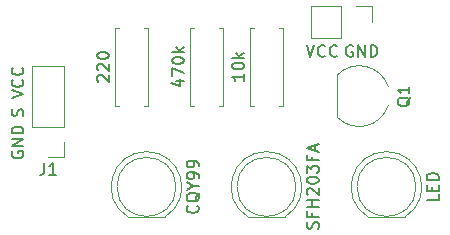
<source format=gbr>
%TF.GenerationSoftware,KiCad,Pcbnew,(6.0.4)*%
%TF.CreationDate,2022-10-02T23:44:47+02:00*%
%TF.ProjectId,light_gate,6c696768-745f-4676-9174-652e6b696361,rev?*%
%TF.SameCoordinates,Original*%
%TF.FileFunction,Legend,Top*%
%TF.FilePolarity,Positive*%
%FSLAX46Y46*%
G04 Gerber Fmt 4.6, Leading zero omitted, Abs format (unit mm)*
G04 Created by KiCad (PCBNEW (6.0.4)) date 2022-10-02 23:44:47*
%MOMM*%
%LPD*%
G01*
G04 APERTURE LIST*
%ADD10C,0.150000*%
%ADD11C,0.120000*%
G04 APERTURE END LIST*
D10*
X116535891Y-101923899D02*
X116583510Y-101781042D01*
X116583510Y-101542946D01*
X116535891Y-101447708D01*
X116488272Y-101400089D01*
X116393034Y-101352470D01*
X116297796Y-101352470D01*
X116202558Y-101400089D01*
X116154939Y-101447708D01*
X116107320Y-101542946D01*
X116059701Y-101733423D01*
X116012082Y-101828661D01*
X115964463Y-101876280D01*
X115869225Y-101923899D01*
X115773987Y-101923899D01*
X115678749Y-101876280D01*
X115631130Y-101828661D01*
X115583510Y-101733423D01*
X115583510Y-101495327D01*
X115631130Y-101352470D01*
X144453198Y-95980338D02*
X144357960Y-95932718D01*
X144215103Y-95932718D01*
X144072245Y-95980338D01*
X143977007Y-96075576D01*
X143929388Y-96170814D01*
X143881769Y-96361290D01*
X143881769Y-96504147D01*
X143929388Y-96694623D01*
X143977007Y-96789861D01*
X144072245Y-96885099D01*
X144215103Y-96932718D01*
X144310341Y-96932718D01*
X144453198Y-96885099D01*
X144500817Y-96837480D01*
X144500817Y-96504147D01*
X144310341Y-96504147D01*
X144929388Y-96932718D02*
X144929388Y-95932718D01*
X145500817Y-96932718D01*
X145500817Y-95932718D01*
X145977007Y-96932718D02*
X145977007Y-95932718D01*
X146215103Y-95932718D01*
X146357960Y-95980338D01*
X146453198Y-96075576D01*
X146500817Y-96170814D01*
X146548436Y-96361290D01*
X146548436Y-96504147D01*
X146500817Y-96694623D01*
X146453198Y-96789861D01*
X146357960Y-96885099D01*
X146215103Y-96932718D01*
X145977007Y-96932718D01*
X140553752Y-95932718D02*
X140887086Y-96932718D01*
X141220419Y-95932718D01*
X142125181Y-96837480D02*
X142077562Y-96885099D01*
X141934705Y-96932718D01*
X141839466Y-96932718D01*
X141696609Y-96885099D01*
X141601371Y-96789861D01*
X141553752Y-96694623D01*
X141506133Y-96504147D01*
X141506133Y-96361290D01*
X141553752Y-96170814D01*
X141601371Y-96075576D01*
X141696609Y-95980338D01*
X141839466Y-95932718D01*
X141934705Y-95932718D01*
X142077562Y-95980338D01*
X142125181Y-96027957D01*
X143125181Y-96837480D02*
X143077562Y-96885099D01*
X142934705Y-96932718D01*
X142839466Y-96932718D01*
X142696609Y-96885099D01*
X142601371Y-96789861D01*
X142553752Y-96694623D01*
X142506133Y-96504147D01*
X142506133Y-96361290D01*
X142553752Y-96170814D01*
X142601371Y-96075576D01*
X142696609Y-95980338D01*
X142839466Y-95932718D01*
X142934705Y-95932718D01*
X143077562Y-95980338D01*
X143125181Y-96027957D01*
X115583510Y-100431518D02*
X116583510Y-100098185D01*
X115583510Y-99764851D01*
X116488272Y-98860089D02*
X116535891Y-98907708D01*
X116583510Y-99050565D01*
X116583510Y-99145804D01*
X116535891Y-99288661D01*
X116440653Y-99383899D01*
X116345415Y-99431518D01*
X116154939Y-99479137D01*
X116012082Y-99479137D01*
X115821606Y-99431518D01*
X115726368Y-99383899D01*
X115631130Y-99288661D01*
X115583510Y-99145804D01*
X115583510Y-99050565D01*
X115631130Y-98907708D01*
X115678749Y-98860089D01*
X116488272Y-97860089D02*
X116535891Y-97907708D01*
X116583510Y-98050565D01*
X116583510Y-98145804D01*
X116535891Y-98288661D01*
X116440653Y-98383899D01*
X116345415Y-98431518D01*
X116154939Y-98479137D01*
X116012082Y-98479137D01*
X115821606Y-98431518D01*
X115726368Y-98383899D01*
X115631130Y-98288661D01*
X115583510Y-98145804D01*
X115583510Y-98050565D01*
X115631130Y-97907708D01*
X115678749Y-97860089D01*
X115631130Y-104940089D02*
X115583510Y-105035327D01*
X115583510Y-105178185D01*
X115631130Y-105321042D01*
X115726368Y-105416280D01*
X115821606Y-105463899D01*
X116012082Y-105511518D01*
X116154939Y-105511518D01*
X116345415Y-105463899D01*
X116440653Y-105416280D01*
X116535891Y-105321042D01*
X116583510Y-105178185D01*
X116583510Y-105082946D01*
X116535891Y-104940089D01*
X116488272Y-104892470D01*
X116154939Y-104892470D01*
X116154939Y-105082946D01*
X116583510Y-104463899D02*
X115583510Y-104463899D01*
X116583510Y-103892470D01*
X115583510Y-103892470D01*
X116583510Y-103416280D02*
X115583510Y-103416280D01*
X115583510Y-103178185D01*
X115631130Y-103035327D01*
X115726368Y-102940089D01*
X115821606Y-102892470D01*
X116012082Y-102844851D01*
X116154939Y-102844851D01*
X116345415Y-102892470D01*
X116440653Y-102940089D01*
X116535891Y-103035327D01*
X116583510Y-103178185D01*
X116583510Y-103416280D01*
%TO.C,Q1*%
X149360147Y-100365238D02*
X149312528Y-100460476D01*
X149217289Y-100555714D01*
X149074432Y-100698571D01*
X149026813Y-100793809D01*
X149026813Y-100889047D01*
X149264908Y-100841428D02*
X149217289Y-100936666D01*
X149122051Y-101031904D01*
X148931575Y-101079523D01*
X148598242Y-101079523D01*
X148407766Y-101031904D01*
X148312528Y-100936666D01*
X148264908Y-100841428D01*
X148264908Y-100650952D01*
X148312528Y-100555714D01*
X148407766Y-100460476D01*
X148598242Y-100412857D01*
X148931575Y-100412857D01*
X149122051Y-100460476D01*
X149217289Y-100555714D01*
X149264908Y-100650952D01*
X149264908Y-100841428D01*
X149264908Y-99460476D02*
X149264908Y-100031904D01*
X149264908Y-99746190D02*
X148264908Y-99746190D01*
X148407766Y-99841428D01*
X148503004Y-99936666D01*
X148550623Y-100031904D01*
%TO.C,R1*%
X122907619Y-99028095D02*
X122860000Y-98980476D01*
X122812380Y-98885238D01*
X122812380Y-98647142D01*
X122860000Y-98551904D01*
X122907619Y-98504285D01*
X123002857Y-98456666D01*
X123098095Y-98456666D01*
X123240952Y-98504285D01*
X123812380Y-99075714D01*
X123812380Y-98456666D01*
X122907619Y-98075714D02*
X122860000Y-98028095D01*
X122812380Y-97932857D01*
X122812380Y-97694761D01*
X122860000Y-97599523D01*
X122907619Y-97551904D01*
X123002857Y-97504285D01*
X123098095Y-97504285D01*
X123240952Y-97551904D01*
X123812380Y-98123333D01*
X123812380Y-97504285D01*
X122812380Y-96885238D02*
X122812380Y-96790000D01*
X122860000Y-96694761D01*
X122907619Y-96647142D01*
X123002857Y-96599523D01*
X123193333Y-96551904D01*
X123431428Y-96551904D01*
X123621904Y-96599523D01*
X123717142Y-96647142D01*
X123764761Y-96694761D01*
X123812380Y-96790000D01*
X123812380Y-96885238D01*
X123764761Y-96980476D01*
X123717142Y-97028095D01*
X123621904Y-97075714D01*
X123431428Y-97123333D01*
X123193333Y-97123333D01*
X123002857Y-97075714D01*
X122907619Y-97028095D01*
X122860000Y-96980476D01*
X122812380Y-96885238D01*
%TO.C,D1*%
X131317142Y-109545238D02*
X131364761Y-109592857D01*
X131412380Y-109735714D01*
X131412380Y-109830952D01*
X131364761Y-109973809D01*
X131269523Y-110069047D01*
X131174285Y-110116666D01*
X130983809Y-110164285D01*
X130840952Y-110164285D01*
X130650476Y-110116666D01*
X130555238Y-110069047D01*
X130460000Y-109973809D01*
X130412380Y-109830952D01*
X130412380Y-109735714D01*
X130460000Y-109592857D01*
X130507619Y-109545238D01*
X131507619Y-108450000D02*
X131460000Y-108545238D01*
X131364761Y-108640476D01*
X131221904Y-108783333D01*
X131174285Y-108878571D01*
X131174285Y-108973809D01*
X131412380Y-108926190D02*
X131364761Y-109021428D01*
X131269523Y-109116666D01*
X131079047Y-109164285D01*
X130745714Y-109164285D01*
X130555238Y-109116666D01*
X130460000Y-109021428D01*
X130412380Y-108926190D01*
X130412380Y-108735714D01*
X130460000Y-108640476D01*
X130555238Y-108545238D01*
X130745714Y-108497619D01*
X131079047Y-108497619D01*
X131269523Y-108545238D01*
X131364761Y-108640476D01*
X131412380Y-108735714D01*
X131412380Y-108926190D01*
X130936190Y-107878571D02*
X131412380Y-107878571D01*
X130412380Y-108211904D02*
X130936190Y-107878571D01*
X130412380Y-107545238D01*
X131412380Y-107164285D02*
X131412380Y-106973809D01*
X131364761Y-106878571D01*
X131317142Y-106830952D01*
X131174285Y-106735714D01*
X130983809Y-106688095D01*
X130602857Y-106688095D01*
X130507619Y-106735714D01*
X130460000Y-106783333D01*
X130412380Y-106878571D01*
X130412380Y-107069047D01*
X130460000Y-107164285D01*
X130507619Y-107211904D01*
X130602857Y-107259523D01*
X130840952Y-107259523D01*
X130936190Y-107211904D01*
X130983809Y-107164285D01*
X131031428Y-107069047D01*
X131031428Y-106878571D01*
X130983809Y-106783333D01*
X130936190Y-106735714D01*
X130840952Y-106688095D01*
X131412380Y-106211904D02*
X131412380Y-106021428D01*
X131364761Y-105926190D01*
X131317142Y-105878571D01*
X131174285Y-105783333D01*
X130983809Y-105735714D01*
X130602857Y-105735714D01*
X130507619Y-105783333D01*
X130460000Y-105830952D01*
X130412380Y-105926190D01*
X130412380Y-106116666D01*
X130460000Y-106211904D01*
X130507619Y-106259523D01*
X130602857Y-106307142D01*
X130840952Y-106307142D01*
X130936190Y-106259523D01*
X130983809Y-106211904D01*
X131031428Y-106116666D01*
X131031428Y-105926190D01*
X130983809Y-105830952D01*
X130936190Y-105783333D01*
X130840952Y-105735714D01*
%TO.C,J1*%
X118341666Y-105907380D02*
X118341666Y-106621666D01*
X118294047Y-106764523D01*
X118198809Y-106859761D01*
X118055952Y-106907380D01*
X117960714Y-106907380D01*
X119341666Y-106907380D02*
X118770238Y-106907380D01*
X119055952Y-106907380D02*
X119055952Y-105907380D01*
X118960714Y-106050238D01*
X118865476Y-106145476D01*
X118770238Y-106193095D01*
%TO.C,R2*%
X129495714Y-98956666D02*
X130162380Y-98956666D01*
X129114761Y-99194761D02*
X129829047Y-99432857D01*
X129829047Y-98813809D01*
X129162380Y-98528095D02*
X129162380Y-97861428D01*
X130162380Y-98290000D01*
X129162380Y-97290000D02*
X129162380Y-97194761D01*
X129210000Y-97099523D01*
X129257619Y-97051904D01*
X129352857Y-97004285D01*
X129543333Y-96956666D01*
X129781428Y-96956666D01*
X129971904Y-97004285D01*
X130067142Y-97051904D01*
X130114761Y-97099523D01*
X130162380Y-97194761D01*
X130162380Y-97290000D01*
X130114761Y-97385238D01*
X130067142Y-97432857D01*
X129971904Y-97480476D01*
X129781428Y-97528095D01*
X129543333Y-97528095D01*
X129352857Y-97480476D01*
X129257619Y-97432857D01*
X129210000Y-97385238D01*
X129162380Y-97290000D01*
X130162380Y-96528095D02*
X129162380Y-96528095D01*
X129781428Y-96432857D02*
X130162380Y-96147142D01*
X129495714Y-96147142D02*
X129876666Y-96528095D01*
%TO.C,D2*%
X141524761Y-111473809D02*
X141572380Y-111330952D01*
X141572380Y-111092857D01*
X141524761Y-110997619D01*
X141477142Y-110950000D01*
X141381904Y-110902380D01*
X141286666Y-110902380D01*
X141191428Y-110950000D01*
X141143809Y-110997619D01*
X141096190Y-111092857D01*
X141048571Y-111283333D01*
X141000952Y-111378571D01*
X140953333Y-111426190D01*
X140858095Y-111473809D01*
X140762857Y-111473809D01*
X140667619Y-111426190D01*
X140620000Y-111378571D01*
X140572380Y-111283333D01*
X140572380Y-111045238D01*
X140620000Y-110902380D01*
X141048571Y-110140476D02*
X141048571Y-110473809D01*
X141572380Y-110473809D02*
X140572380Y-110473809D01*
X140572380Y-109997619D01*
X141572380Y-109616666D02*
X140572380Y-109616666D01*
X141048571Y-109616666D02*
X141048571Y-109045238D01*
X141572380Y-109045238D02*
X140572380Y-109045238D01*
X140667619Y-108616666D02*
X140620000Y-108569047D01*
X140572380Y-108473809D01*
X140572380Y-108235714D01*
X140620000Y-108140476D01*
X140667619Y-108092857D01*
X140762857Y-108045238D01*
X140858095Y-108045238D01*
X141000952Y-108092857D01*
X141572380Y-108664285D01*
X141572380Y-108045238D01*
X140572380Y-107426190D02*
X140572380Y-107330952D01*
X140620000Y-107235714D01*
X140667619Y-107188095D01*
X140762857Y-107140476D01*
X140953333Y-107092857D01*
X141191428Y-107092857D01*
X141381904Y-107140476D01*
X141477142Y-107188095D01*
X141524761Y-107235714D01*
X141572380Y-107330952D01*
X141572380Y-107426190D01*
X141524761Y-107521428D01*
X141477142Y-107569047D01*
X141381904Y-107616666D01*
X141191428Y-107664285D01*
X140953333Y-107664285D01*
X140762857Y-107616666D01*
X140667619Y-107569047D01*
X140620000Y-107521428D01*
X140572380Y-107426190D01*
X140572380Y-106759523D02*
X140572380Y-106140476D01*
X140953333Y-106473809D01*
X140953333Y-106330952D01*
X141000952Y-106235714D01*
X141048571Y-106188095D01*
X141143809Y-106140476D01*
X141381904Y-106140476D01*
X141477142Y-106188095D01*
X141524761Y-106235714D01*
X141572380Y-106330952D01*
X141572380Y-106616666D01*
X141524761Y-106711904D01*
X141477142Y-106759523D01*
X141048571Y-105378571D02*
X141048571Y-105711904D01*
X141572380Y-105711904D02*
X140572380Y-105711904D01*
X140572380Y-105235714D01*
X141286666Y-104902380D02*
X141286666Y-104426190D01*
X141572380Y-104997619D02*
X140572380Y-104664285D01*
X141572380Y-104330952D01*
%TO.C,D3*%
X151732380Y-108592857D02*
X151732380Y-109069047D01*
X150732380Y-109069047D01*
X151208571Y-108259523D02*
X151208571Y-107926190D01*
X151732380Y-107783333D02*
X151732380Y-108259523D01*
X150732380Y-108259523D01*
X150732380Y-107783333D01*
X151732380Y-107354761D02*
X150732380Y-107354761D01*
X150732380Y-107116666D01*
X150780000Y-106973809D01*
X150875238Y-106878571D01*
X150970476Y-106830952D01*
X151160952Y-106783333D01*
X151303809Y-106783333D01*
X151494285Y-106830952D01*
X151589523Y-106878571D01*
X151684761Y-106973809D01*
X151732380Y-107116666D01*
X151732380Y-107354761D01*
%TO.C,R3*%
X135242380Y-98385238D02*
X135242380Y-98956666D01*
X135242380Y-98670952D02*
X134242380Y-98670952D01*
X134385238Y-98766190D01*
X134480476Y-98861428D01*
X134528095Y-98956666D01*
X134242380Y-97766190D02*
X134242380Y-97670952D01*
X134290000Y-97575714D01*
X134337619Y-97528095D01*
X134432857Y-97480476D01*
X134623333Y-97432857D01*
X134861428Y-97432857D01*
X135051904Y-97480476D01*
X135147142Y-97528095D01*
X135194761Y-97575714D01*
X135242380Y-97670952D01*
X135242380Y-97766190D01*
X135194761Y-97861428D01*
X135147142Y-97909047D01*
X135051904Y-97956666D01*
X134861428Y-98004285D01*
X134623333Y-98004285D01*
X134432857Y-97956666D01*
X134337619Y-97909047D01*
X134290000Y-97861428D01*
X134242380Y-97766190D01*
X135242380Y-97004285D02*
X134242380Y-97004285D01*
X134861428Y-96909047D02*
X135242380Y-96623333D01*
X134575714Y-96623333D02*
X134956666Y-97004285D01*
D11*
%TO.C,Q1*%
X143162528Y-98470000D02*
X143162528Y-102070000D01*
X147462528Y-99450000D02*
G75*
G03*
X143170372Y-98458547I-2450000J-820000D01*
G01*
X143184844Y-102078445D02*
G75*
G03*
X147462528Y-101050000I1827684J1808445D01*
G01*
%TO.C,R1*%
X127100000Y-94520000D02*
X127100000Y-101060000D01*
X126770000Y-94520000D02*
X127100000Y-94520000D01*
X124690000Y-94520000D02*
X124360000Y-94520000D01*
X124360000Y-94520000D02*
X124360000Y-101060000D01*
X127100000Y-101060000D02*
X126770000Y-101060000D01*
X124360000Y-101060000D02*
X124690000Y-101060000D01*
%TO.C,D1*%
X125455000Y-110510000D02*
X128545000Y-110510000D01*
X128544830Y-110510000D02*
G75*
G03*
X126999538Y-104960000I-1544830J2560000D01*
G01*
X127000462Y-104960000D02*
G75*
G03*
X125455170Y-110510000I-462J-2990000D01*
G01*
X129500000Y-107950000D02*
G75*
G03*
X129500000Y-107950000I-2500000J0D01*
G01*
%TO.C,J1*%
X120005000Y-104125000D02*
X120005000Y-105455000D01*
X120005000Y-97715000D02*
X117345000Y-97715000D01*
X117345000Y-102855000D02*
X117345000Y-97715000D01*
X120005000Y-102855000D02*
X120005000Y-97715000D01*
X120005000Y-102855000D02*
X117345000Y-102855000D01*
X120005000Y-105455000D02*
X118675000Y-105455000D01*
%TO.C,R2*%
X130710000Y-101060000D02*
X131040000Y-101060000D01*
X133450000Y-101060000D02*
X133120000Y-101060000D01*
X133450000Y-94520000D02*
X133450000Y-101060000D01*
X130710000Y-94520000D02*
X130710000Y-101060000D01*
X133120000Y-94520000D02*
X133450000Y-94520000D01*
X131040000Y-94520000D02*
X130710000Y-94520000D01*
%TO.C,J2*%
X143510000Y-92650000D02*
X140910000Y-92650000D01*
X144780000Y-92650000D02*
X146110000Y-92650000D01*
X143510000Y-95310000D02*
X140910000Y-95310000D01*
X146110000Y-92650000D02*
X146110000Y-93980000D01*
X140910000Y-92650000D02*
X140910000Y-95310000D01*
X143510000Y-92650000D02*
X143510000Y-95310000D01*
%TO.C,D2*%
X135615000Y-110510000D02*
X138705000Y-110510000D01*
X137160462Y-104960000D02*
G75*
G03*
X135615170Y-110510000I-462J-2990000D01*
G01*
X138704830Y-110510000D02*
G75*
G03*
X137159538Y-104960000I-1544830J2560000D01*
G01*
X139660000Y-107950000D02*
G75*
G03*
X139660000Y-107950000I-2500000J0D01*
G01*
%TO.C,D3*%
X145775000Y-110510000D02*
X148865000Y-110510000D01*
X147320462Y-104960000D02*
G75*
G03*
X145775170Y-110510000I-462J-2990000D01*
G01*
X148864830Y-110510000D02*
G75*
G03*
X147319538Y-104960000I-1544830J2560000D01*
G01*
X149820000Y-107950000D02*
G75*
G03*
X149820000Y-107950000I-2500000J0D01*
G01*
%TO.C,R3*%
X135790000Y-94520000D02*
X135790000Y-101060000D01*
X138530000Y-94520000D02*
X138530000Y-101060000D01*
X138200000Y-94520000D02*
X138530000Y-94520000D01*
X138530000Y-101060000D02*
X138200000Y-101060000D01*
X135790000Y-101060000D02*
X136120000Y-101060000D01*
X136120000Y-94520000D02*
X135790000Y-94520000D01*
%TD*%
M02*

</source>
